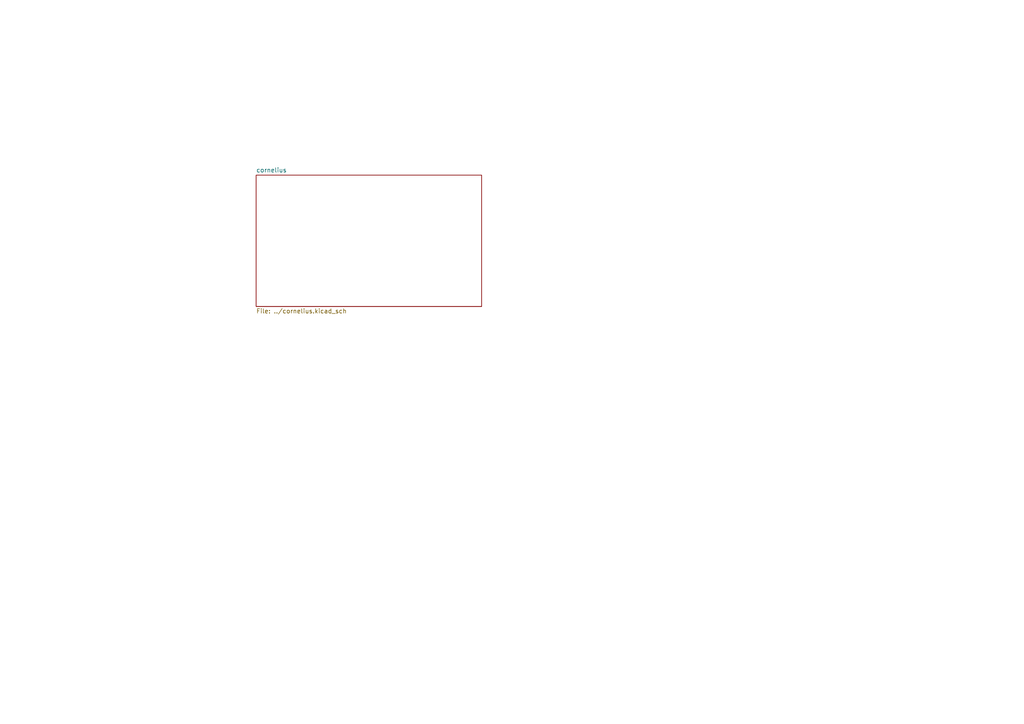
<source format=kicad_sch>
(kicad_sch (version 20230121) (generator eeschema)
  (paper "A4")
  (lib_symbols)
  (sheet (at 74.295 50.8) (size 65.405 38.1) (stroke (width 0.1524))
    (property "Sheetname" "cornelius" (at 74.295 50.0884 0) (effects (justify left bottom)))
    (property "Sheetfile" "../cornelius.kicad_sch" (at 74.295 89.4846 0) (effects (justify left top)))
  )
)
</source>
